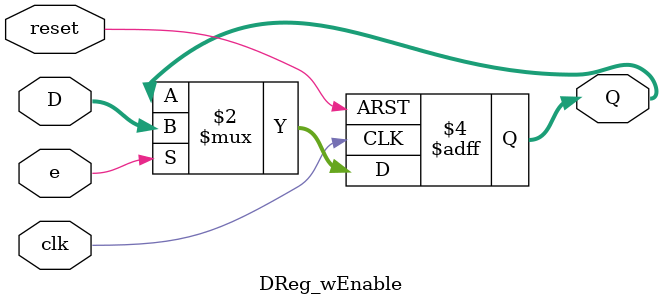
<source format=v>
`timescale 1ns / 1ps

module DReg_wEnable(
    input clk,
    input reset,
    input e,
    input [7:0] D,
    output reg [7:0] Q
    );
    
    always@(posedge clk, posedge reset) begin 
        if(reset)
            Q <= 8'b0;
        else if(e)
            Q <= D;
    end
endmodule

</source>
